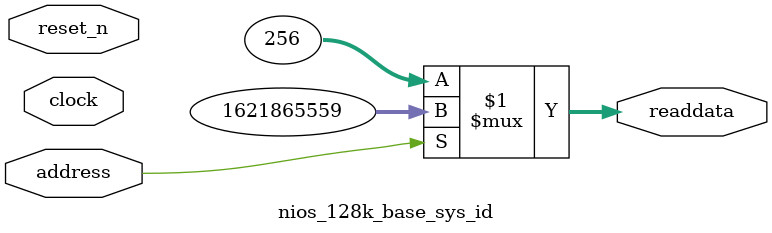
<source format=v>



// synthesis translate_off
`timescale 1ns / 1ps
// synthesis translate_on

// turn off superfluous verilog processor warnings 
// altera message_level Level1 
// altera message_off 10034 10035 10036 10037 10230 10240 10030 

module nios_128k_base_sys_id (
               // inputs:
                address,
                clock,
                reset_n,

               // outputs:
                readdata
             )
;

  output  [ 31: 0] readdata;
  input            address;
  input            clock;
  input            reset_n;

  wire    [ 31: 0] readdata;
  //control_slave, which is an e_avalon_slave
  assign readdata = address ? 1621865559 : 256;

endmodule




</source>
